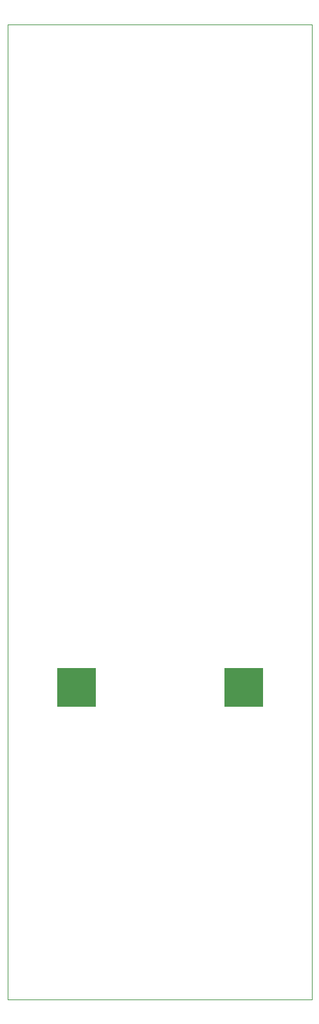
<source format=gts>
G04 #@! TF.GenerationSoftware,KiCad,Pcbnew,(6.0.6)*
G04 #@! TF.CreationDate,2022-10-26T12:52:20+02:00*
G04 #@! TF.ProjectId,Snare+Hihat,536e6172-652b-4486-9968-61742e6b6963,rev?*
G04 #@! TF.SameCoordinates,Original*
G04 #@! TF.FileFunction,Soldermask,Top*
G04 #@! TF.FilePolarity,Negative*
%FSLAX46Y46*%
G04 Gerber Fmt 4.6, Leading zero omitted, Abs format (unit mm)*
G04 Created by KiCad (PCBNEW (6.0.6)) date 2022-10-26 12:52:20*
%MOMM*%
%LPD*%
G01*
G04 APERTURE LIST*
%ADD10C,0.100000*%
G04 #@! TA.AperFunction,Profile*
%ADD11C,0.050000*%
G04 #@! TD*
G04 APERTURE END LIST*
D10*
G36*
X129000000Y-111500000D02*
G01*
X124000000Y-111500000D01*
X124000000Y-106500000D01*
X129000000Y-106500000D01*
X129000000Y-111500000D01*
G37*
X129000000Y-111500000D02*
X124000000Y-111500000D01*
X124000000Y-106500000D01*
X129000000Y-106500000D01*
X129000000Y-111500000D01*
D11*
X117500000Y-22000000D02*
X117499999Y-145500001D01*
X117500000Y-150000000D02*
X117499999Y-145500001D01*
D10*
G36*
X151000000Y-111500000D02*
G01*
X146000000Y-111500000D01*
X146000000Y-106500000D01*
X151000000Y-106500000D01*
X151000000Y-111500000D01*
G37*
X151000000Y-111500000D02*
X146000000Y-111500000D01*
X146000000Y-106500000D01*
X151000000Y-106500000D01*
X151000000Y-111500000D01*
D11*
X117500000Y-22000000D02*
X157500000Y-22000000D01*
X157500000Y-150000000D02*
X117500000Y-150000000D01*
X157500000Y-22000000D02*
X157500000Y-150000000D01*
M02*

</source>
